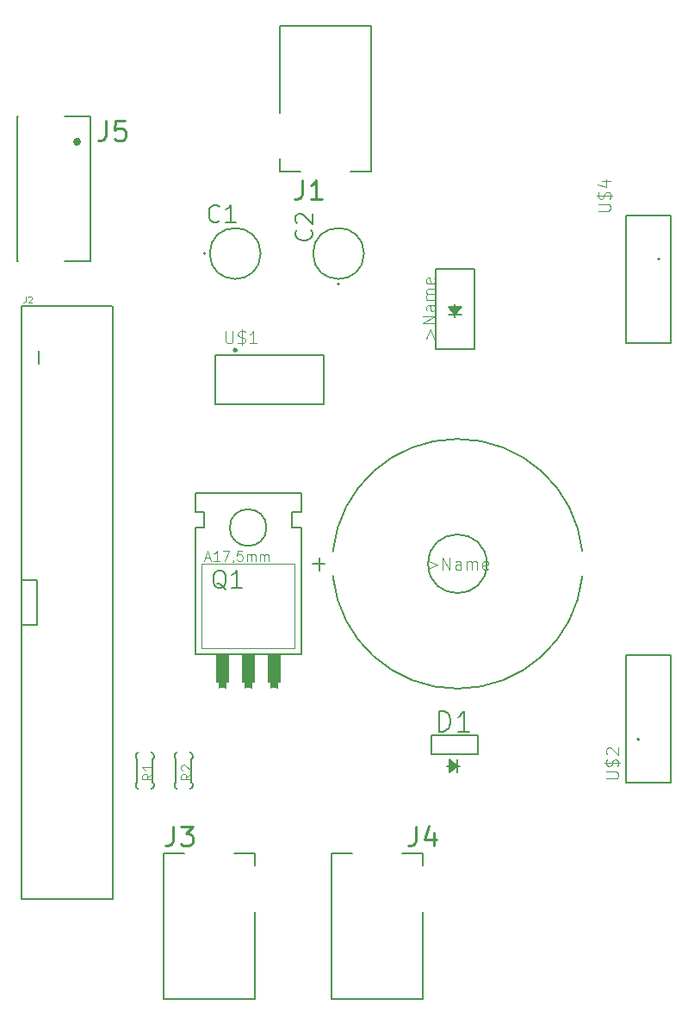
<source format=gto>
G04 #@! TF.GenerationSoftware,KiCad,Pcbnew,(5.1.10)-1*
G04 #@! TF.CreationDate,2021-11-03T22:51:16-05:00*
G04 #@! TF.ProjectId,Kitty_Cannon_Schematic,4b697474-795f-4436-916e-6e6f6e5f5363,rev?*
G04 #@! TF.SameCoordinates,Original*
G04 #@! TF.FileFunction,Legend,Top*
G04 #@! TF.FilePolarity,Positive*
%FSLAX46Y46*%
G04 Gerber Fmt 4.6, Leading zero omitted, Abs format (unit mm)*
G04 Created by KiCad (PCBNEW (5.1.10)-1) date 2021-11-03 22:51:16*
%MOMM*%
%LPD*%
G01*
G04 APERTURE LIST*
%ADD10C,0.203200*%
%ADD11C,0.300000*%
%ADD12C,0.127000*%
%ADD13C,0.152400*%
%ADD14C,0.200000*%
%ADD15C,0.400000*%
%ADD16C,0.100000*%
%ADD17C,0.050800*%
%ADD18C,0.115824*%
%ADD19C,0.096520*%
%ADD20C,0.076200*%
%ADD21C,0.198073*%
%ADD22C,0.251068*%
%ADD23C,0.251324*%
%ADD24C,0.168910*%
%ADD25C,0.101600*%
%ADD26C,0.094107*%
%ADD27C,0.135128*%
%ADD28C,2.082800*%
%ADD29O,1.473200X2.743200*%
%ADD30C,1.473200*%
%ADD31C,1.981200*%
%ADD32C,1.000000*%
%ADD33C,4.203200*%
%ADD34C,1.803200*%
%ADD35C,3.302000*%
%ADD36O,1.879600X3.556000*%
%ADD37C,1.524000*%
%ADD38C,1.323200*%
%ADD39C,2.235200*%
G04 APERTURE END LIST*
D10*
X118831100Y-111693600D02*
X118831100Y-116093600D01*
X118831100Y-116093600D02*
X117331100Y-116093600D01*
X117331100Y-111693600D02*
X118831100Y-111693600D01*
X126331100Y-143043600D02*
X117331100Y-143043600D01*
X117331100Y-84743600D02*
X126231100Y-84743600D01*
X117331100Y-143043600D02*
X117331100Y-84743600D01*
X126331100Y-84743600D02*
X126331100Y-143043600D01*
X119056100Y-89128600D02*
X119056100Y-90398600D01*
D11*
X138441100Y-89093600D02*
G75*
G03*
X138441100Y-89093600I-100000J0D01*
G01*
D12*
X147071100Y-89553600D02*
X136411100Y-89553600D01*
X147071100Y-94373600D02*
X147071100Y-89553600D01*
X136411100Y-94373600D02*
X147071100Y-94373600D01*
X136411100Y-89553600D02*
X136411100Y-94373600D01*
D13*
X158026100Y-88976200D02*
X161836100Y-88976200D01*
X158026100Y-81102200D02*
X158026100Y-88976200D01*
X161836100Y-81102200D02*
X158026100Y-81102200D01*
X161836100Y-88976200D02*
X161836100Y-81102200D01*
X159296100Y-84861400D02*
X160566100Y-84861400D01*
X159931100Y-85623400D02*
X160058100Y-84861400D01*
X159931100Y-85623400D02*
X160185100Y-84861400D01*
X159931100Y-85623400D02*
X160312100Y-84861400D01*
X159931100Y-85623400D02*
X160439100Y-84861400D01*
X159931100Y-85623400D02*
X160566100Y-84861400D01*
X159931100Y-85623400D02*
X159804100Y-84861400D01*
X159931100Y-85623400D02*
X159677100Y-84861400D01*
X159931100Y-85623400D02*
X159550100Y-84861400D01*
X159931100Y-85623400D02*
X159423100Y-84861400D01*
X159931100Y-85623400D02*
X159296100Y-84861400D01*
X159931100Y-85623400D02*
X160566100Y-85623400D01*
X159296100Y-85623400D02*
X159931100Y-85623400D01*
X159931100Y-85623400D02*
X159931100Y-85877400D01*
X159931100Y-84607400D02*
X159931100Y-85623400D01*
X162217100Y-128828800D02*
X162217100Y-126898400D01*
X157645100Y-128828800D02*
X162217100Y-128828800D01*
X157645100Y-126898400D02*
X157645100Y-128828800D01*
X162217100Y-126898400D02*
X157645100Y-126898400D01*
X159372300Y-130606800D02*
X159372300Y-129336800D01*
X160134300Y-129971800D02*
X159372300Y-129844800D01*
X160134300Y-129971800D02*
X159372300Y-129717800D01*
X160134300Y-129971800D02*
X159372300Y-129590800D01*
X160134300Y-129971800D02*
X159372300Y-129463800D01*
X160134300Y-129971800D02*
X159372300Y-129336800D01*
X160134300Y-129971800D02*
X159372300Y-130098800D01*
X160134300Y-129971800D02*
X159372300Y-130225800D01*
X160134300Y-129971800D02*
X159372300Y-130352800D01*
X160134300Y-129971800D02*
X159372300Y-130479800D01*
X160134300Y-129971800D02*
X159372300Y-130606800D01*
X160134300Y-129971800D02*
X160134300Y-129336800D01*
X160134300Y-130606800D02*
X160134300Y-129971800D01*
X160134300Y-129971800D02*
X160388300Y-129971800D01*
X159118300Y-129971800D02*
X160134300Y-129971800D01*
D14*
X142731100Y-71513600D02*
X142731100Y-70263600D01*
X144781100Y-71513600D02*
X142731100Y-71513600D01*
X142731100Y-57213600D02*
X142731100Y-65763600D01*
X151731100Y-57213600D02*
X142731100Y-57213600D01*
X151731100Y-71513600D02*
X151731100Y-57213600D01*
X149681100Y-71513600D02*
X151731100Y-71513600D01*
X140301100Y-138493600D02*
X140301100Y-139743600D01*
X138251100Y-138493600D02*
X140301100Y-138493600D01*
X140301100Y-152793600D02*
X140301100Y-144243600D01*
X131301100Y-152793600D02*
X140301100Y-152793600D01*
X131301100Y-138493600D02*
X131301100Y-152793600D01*
X133351100Y-138493600D02*
X131301100Y-138493600D01*
X156811100Y-138493600D02*
X156811100Y-139743600D01*
X154761100Y-138493600D02*
X156811100Y-138493600D01*
X156811100Y-152793600D02*
X156811100Y-144243600D01*
X147811100Y-152793600D02*
X156811100Y-152793600D01*
X147811100Y-138493600D02*
X147811100Y-152793600D01*
X149861100Y-138493600D02*
X147811100Y-138493600D01*
X121577100Y-66141600D02*
X124066300Y-66141600D01*
X121577100Y-80365600D02*
X124066300Y-80365600D01*
X124066300Y-66141600D02*
X124066300Y-80365600D01*
X116928900Y-66141600D02*
X117030500Y-66141600D01*
X116928900Y-80365600D02*
X117030500Y-80365600D01*
X116928900Y-66141600D02*
X116928900Y-80365600D01*
D15*
X122989740Y-68630800D02*
G75*
G03*
X122989740Y-68630800I-193440J0D01*
G01*
D12*
X178081100Y-127323600D02*
G75*
G03*
X178081100Y-127323600I-100000J0D01*
G01*
X176781100Y-119023600D02*
X181181100Y-119023600D01*
X176781100Y-131623600D02*
X176781100Y-119023600D01*
X181181100Y-131623600D02*
X176781100Y-131623600D01*
X181181100Y-119023600D02*
X181181100Y-131623600D01*
X180081100Y-80143600D02*
G75*
G03*
X180081100Y-80143600I-100000J0D01*
G01*
X181181100Y-88443600D02*
X176781100Y-88443600D01*
X181181100Y-75843600D02*
X181181100Y-88443600D01*
X176781100Y-75843600D02*
X181181100Y-75843600D01*
X176781100Y-88443600D02*
X176781100Y-75843600D01*
D16*
G36*
X141516100Y-121767600D02*
G01*
X142786100Y-121767600D01*
X142786100Y-118973600D01*
X141516100Y-118973600D01*
X141516100Y-121767600D01*
G37*
G36*
X138976100Y-121767600D02*
G01*
X140246100Y-121767600D01*
X140246100Y-118973600D01*
X138976100Y-118973600D01*
X138976100Y-121767600D01*
G37*
G36*
X136436100Y-121767600D02*
G01*
X137706100Y-121767600D01*
X137706100Y-118973600D01*
X136436100Y-118973600D01*
X136436100Y-121767600D01*
G37*
G36*
X136690100Y-122402600D02*
G01*
X137452100Y-122402600D01*
X137452100Y-121767600D01*
X136690100Y-121767600D01*
X136690100Y-122402600D01*
G37*
G36*
X139230100Y-122402600D02*
G01*
X139992100Y-122402600D01*
X139992100Y-121767600D01*
X139230100Y-121767600D01*
X139230100Y-122402600D01*
G37*
G36*
X141770100Y-122402600D02*
G01*
X142532100Y-122402600D01*
X142532100Y-121767600D01*
X141770100Y-121767600D01*
X141770100Y-122402600D01*
G37*
D13*
X141414500Y-106527600D02*
G75*
G03*
X141414500Y-106527600I-1803400J0D01*
G01*
D17*
X135039100Y-118338600D02*
X135039100Y-110083600D01*
X144183100Y-110083600D02*
X135039100Y-110083600D01*
X144183100Y-110083600D02*
X144183100Y-118338600D01*
X135039100Y-118338600D02*
X144183100Y-118338600D01*
D13*
X134404100Y-105003600D02*
X134404100Y-103098600D01*
X135293100Y-105003600D02*
X134404100Y-105003600D01*
X135293100Y-106527600D02*
X135293100Y-105003600D01*
X134404100Y-106527600D02*
X135293100Y-106527600D01*
X134404100Y-118973600D02*
X134404100Y-106527600D01*
X144818100Y-105003600D02*
X144818100Y-103098600D01*
X143929100Y-105003600D02*
X144818100Y-105003600D01*
X143929100Y-106527600D02*
X143929100Y-105003600D01*
X144818100Y-106527600D02*
X143929100Y-106527600D01*
X144818100Y-118973600D02*
X144818100Y-106527600D01*
X144818100Y-103098600D02*
X134404100Y-103098600D01*
X134404100Y-118973600D02*
X144818100Y-118973600D01*
X128562100Y-131927600D02*
X128562100Y-131673600D01*
X130340100Y-131927600D02*
X130340100Y-131673600D01*
X128689100Y-131546600D02*
X128689100Y-129260600D01*
X128689100Y-131546600D02*
X128562100Y-131673600D01*
X130213100Y-131546600D02*
X130213100Y-129260600D01*
X130213100Y-131546600D02*
X130340100Y-131673600D01*
X128689100Y-129260600D02*
X128562100Y-129133600D01*
X128562100Y-128879600D02*
X128562100Y-129133600D01*
X130213100Y-129260600D02*
X130340100Y-129133600D01*
X130340100Y-128879600D02*
X130340100Y-129133600D01*
X130086100Y-132181600D02*
G75*
G03*
X130340100Y-131927600I0J254000D01*
G01*
X128816100Y-132181600D02*
G75*
G02*
X128562100Y-131927600I0J254000D01*
G01*
X128562100Y-128879600D02*
G75*
G02*
X128816100Y-128625600I254000J0D01*
G01*
X130340100Y-128879600D02*
G75*
G03*
X130086100Y-128625600I-254000J0D01*
G01*
X132372100Y-131927600D02*
X132372100Y-131673600D01*
X134150100Y-131927600D02*
X134150100Y-131673600D01*
X132499100Y-131546600D02*
X132499100Y-129260600D01*
X132499100Y-131546600D02*
X132372100Y-131673600D01*
X134023100Y-131546600D02*
X134023100Y-129260600D01*
X134023100Y-131546600D02*
X134150100Y-131673600D01*
X132499100Y-129260600D02*
X132372100Y-129133600D01*
X132372100Y-128879600D02*
X132372100Y-129133600D01*
X134023100Y-129260600D02*
X134150100Y-129133600D01*
X134150100Y-128879600D02*
X134150100Y-129133600D01*
X133896100Y-132181600D02*
G75*
G03*
X134150100Y-131927600I0J254000D01*
G01*
X132626100Y-132181600D02*
G75*
G02*
X132372100Y-131927600I0J254000D01*
G01*
X132372100Y-128879600D02*
G75*
G02*
X132626100Y-128625600I254000J0D01*
G01*
X134150100Y-128879600D02*
G75*
G03*
X133896100Y-128625600I-254000J0D01*
G01*
D14*
X135441100Y-79603600D02*
G75*
G03*
X135441100Y-79603600I-100000J0D01*
G01*
D12*
X140841100Y-79603600D02*
G75*
G03*
X140841100Y-79603600I-2500000J0D01*
G01*
D14*
X148601100Y-82603600D02*
G75*
G03*
X148601100Y-82603600I-100000J0D01*
G01*
D12*
X151001100Y-79603600D02*
G75*
G03*
X151001100Y-79603600I-2500000J0D01*
G01*
D13*
X147942300Y-111302802D02*
G75*
G03*
X172478700Y-111302800I12268200J1289441D01*
G01*
X163080700Y-110083600D02*
G75*
G03*
X157314900Y-110083600I-2882900J0D01*
G01*
X157314900Y-110083600D02*
G75*
G03*
X163080700Y-110083600I2882900J0D01*
G01*
X172478700Y-108864398D02*
G75*
G03*
X147942300Y-108864400I-12268200J-1289441D01*
G01*
X146596100Y-109448600D02*
X146596100Y-110718600D01*
X145961100Y-110083600D02*
X147154900Y-110083600D01*
D18*
X117764734Y-83822902D02*
X117764734Y-84236560D01*
X117737157Y-84319291D01*
X117682002Y-84374445D01*
X117599271Y-84402022D01*
X117544117Y-84402022D01*
X118012928Y-83878057D02*
X118040505Y-83850480D01*
X118095659Y-83822902D01*
X118233545Y-83822902D01*
X118288699Y-83850480D01*
X118316277Y-83878057D01*
X118343854Y-83933211D01*
X118343854Y-83988365D01*
X118316277Y-84071097D01*
X117985351Y-84402022D01*
X118343854Y-84402022D01*
D19*
X137421099Y-87229647D02*
X137421099Y-88206338D01*
X137478552Y-88321242D01*
X137536004Y-88378695D01*
X137650909Y-88436147D01*
X137880718Y-88436147D01*
X137995623Y-88378695D01*
X138053076Y-88321242D01*
X138110528Y-88206338D01*
X138110528Y-87229647D01*
X138627599Y-88378695D02*
X138799957Y-88436147D01*
X139087218Y-88436147D01*
X139202123Y-88378695D01*
X139259576Y-88321242D01*
X139317028Y-88206338D01*
X139317028Y-88091433D01*
X139259576Y-87976528D01*
X139202123Y-87919076D01*
X139087218Y-87861623D01*
X138857409Y-87804171D01*
X138742504Y-87746719D01*
X138685052Y-87689266D01*
X138627599Y-87574361D01*
X138627599Y-87459457D01*
X138685052Y-87344552D01*
X138742504Y-87287100D01*
X138857409Y-87229647D01*
X139144671Y-87229647D01*
X139317028Y-87287100D01*
X138972314Y-87057290D02*
X138972314Y-88608504D01*
X140466076Y-88436147D02*
X139776647Y-88436147D01*
X140121361Y-88436147D02*
X140121361Y-87229647D01*
X140006457Y-87402004D01*
X139891552Y-87516909D01*
X139776647Y-87574361D01*
D20*
X157164314Y-87979008D02*
X157509028Y-87059770D01*
X157853742Y-87979008D01*
X157968647Y-86485246D02*
X156762147Y-86485246D01*
X157968647Y-85795817D01*
X156762147Y-85795817D01*
X157968647Y-84704222D02*
X157336671Y-84704222D01*
X157221766Y-84761674D01*
X157164314Y-84876579D01*
X157164314Y-85106389D01*
X157221766Y-85221293D01*
X157911195Y-84704222D02*
X157968647Y-84819127D01*
X157968647Y-85106389D01*
X157911195Y-85221293D01*
X157796290Y-85278746D01*
X157681385Y-85278746D01*
X157566480Y-85221293D01*
X157509028Y-85106389D01*
X157509028Y-84819127D01*
X157451576Y-84704222D01*
X157968647Y-84129698D02*
X157164314Y-84129698D01*
X157279219Y-84129698D02*
X157221766Y-84072246D01*
X157164314Y-83957341D01*
X157164314Y-83784984D01*
X157221766Y-83670079D01*
X157336671Y-83612627D01*
X157968647Y-83612627D01*
X157336671Y-83612627D02*
X157221766Y-83555174D01*
X157164314Y-83440270D01*
X157164314Y-83267912D01*
X157221766Y-83153008D01*
X157336671Y-83095555D01*
X157968647Y-83095555D01*
X157911195Y-82061412D02*
X157968647Y-82176317D01*
X157968647Y-82406127D01*
X157911195Y-82521031D01*
X157796290Y-82578484D01*
X157336671Y-82578484D01*
X157221766Y-82521031D01*
X157164314Y-82406127D01*
X157164314Y-82176317D01*
X157221766Y-82061412D01*
X157336671Y-82003960D01*
X157451576Y-82003960D01*
X157566480Y-82578484D01*
D21*
X158362190Y-126546139D02*
X158362190Y-124565408D01*
X158833792Y-124565408D01*
X159116754Y-124659729D01*
X159305395Y-124848370D01*
X159399715Y-125037011D01*
X159494036Y-125414293D01*
X159494036Y-125697254D01*
X159399715Y-126074536D01*
X159305395Y-126263177D01*
X159116754Y-126451818D01*
X158833792Y-126546139D01*
X158362190Y-126546139D01*
X161380446Y-126546139D02*
X160248600Y-126546139D01*
X160814523Y-126546139D02*
X160814523Y-124565408D01*
X160625882Y-124848370D01*
X160437241Y-125037011D01*
X160248600Y-125131331D01*
D22*
X144923723Y-72366750D02*
X144923723Y-73746245D01*
X144831757Y-74022144D01*
X144647824Y-74206077D01*
X144371925Y-74298043D01*
X144187993Y-74298043D01*
X146855016Y-74298043D02*
X145751420Y-74298043D01*
X146303218Y-74298043D02*
X146303218Y-72366750D01*
X146119286Y-72642649D01*
X145935353Y-72826582D01*
X145751420Y-72918548D01*
X132223723Y-135866750D02*
X132223723Y-137246245D01*
X132131757Y-137522144D01*
X131947824Y-137706077D01*
X131671925Y-137798043D01*
X131487993Y-137798043D01*
X132959454Y-135866750D02*
X134155016Y-135866750D01*
X133511252Y-136602481D01*
X133787151Y-136602481D01*
X133971084Y-136694447D01*
X134063050Y-136786414D01*
X134155016Y-136970346D01*
X134155016Y-137430178D01*
X134063050Y-137614111D01*
X133971084Y-137706077D01*
X133787151Y-137798043D01*
X133235353Y-137798043D01*
X133051420Y-137706077D01*
X132959454Y-137614111D01*
X156114823Y-135866750D02*
X156114823Y-137246245D01*
X156022857Y-137522144D01*
X155838924Y-137706077D01*
X155563025Y-137798043D01*
X155379093Y-137798043D01*
X157862184Y-136510515D02*
X157862184Y-137798043D01*
X157402352Y-135774784D02*
X156942520Y-137154279D01*
X158138083Y-137154279D01*
D23*
X125636024Y-66554672D02*
X125636024Y-67935577D01*
X125543963Y-68211758D01*
X125359843Y-68395879D01*
X125083662Y-68487939D01*
X124899541Y-68487939D01*
X127477230Y-66554672D02*
X126556627Y-66554672D01*
X126464567Y-67475276D01*
X126556627Y-67383215D01*
X126740748Y-67291155D01*
X127201049Y-67291155D01*
X127385170Y-67383215D01*
X127477230Y-67475276D01*
X127569291Y-67659396D01*
X127569291Y-68119698D01*
X127477230Y-68303819D01*
X127385170Y-68395879D01*
X127201049Y-68487939D01*
X126740748Y-68487939D01*
X126556627Y-68395879D01*
X126464567Y-68303819D01*
D19*
X174816467Y-131178820D02*
X175793158Y-131178820D01*
X175908062Y-131121367D01*
X175965515Y-131063915D01*
X176022967Y-130949010D01*
X176022967Y-130719201D01*
X175965515Y-130604296D01*
X175908062Y-130546843D01*
X175793158Y-130489391D01*
X174816467Y-130489391D01*
X175965515Y-129972320D02*
X176022967Y-129799962D01*
X176022967Y-129512701D01*
X175965515Y-129397796D01*
X175908062Y-129340343D01*
X175793158Y-129282891D01*
X175678253Y-129282891D01*
X175563348Y-129340343D01*
X175505896Y-129397796D01*
X175448443Y-129512701D01*
X175390991Y-129742510D01*
X175333539Y-129857415D01*
X175276086Y-129914867D01*
X175161181Y-129972320D01*
X175046277Y-129972320D01*
X174931372Y-129914867D01*
X174873920Y-129857415D01*
X174816467Y-129742510D01*
X174816467Y-129455248D01*
X174873920Y-129282891D01*
X174644110Y-129627605D02*
X176195324Y-129627605D01*
X174931372Y-128823272D02*
X174873920Y-128765820D01*
X174816467Y-128650915D01*
X174816467Y-128363653D01*
X174873920Y-128248748D01*
X174931372Y-128191296D01*
X175046277Y-128133843D01*
X175161181Y-128133843D01*
X175333539Y-128191296D01*
X176022967Y-128880724D01*
X176022967Y-128133843D01*
X174034147Y-75443600D02*
X175010838Y-75443600D01*
X175125742Y-75386147D01*
X175183195Y-75328695D01*
X175240647Y-75213790D01*
X175240647Y-74983981D01*
X175183195Y-74869076D01*
X175125742Y-74811623D01*
X175010838Y-74754171D01*
X174034147Y-74754171D01*
X175183195Y-74237100D02*
X175240647Y-74064742D01*
X175240647Y-73777481D01*
X175183195Y-73662576D01*
X175125742Y-73605123D01*
X175010838Y-73547671D01*
X174895933Y-73547671D01*
X174781028Y-73605123D01*
X174723576Y-73662576D01*
X174666123Y-73777481D01*
X174608671Y-74007290D01*
X174551219Y-74122195D01*
X174493766Y-74179647D01*
X174378861Y-74237100D01*
X174263957Y-74237100D01*
X174149052Y-74179647D01*
X174091600Y-74122195D01*
X174034147Y-74007290D01*
X174034147Y-73720028D01*
X174091600Y-73547671D01*
X173861790Y-73892385D02*
X175413004Y-73892385D01*
X174436314Y-72513528D02*
X175240647Y-72513528D01*
X173976695Y-72800790D02*
X174838480Y-73088052D01*
X174838480Y-72341171D01*
D24*
X137439124Y-112577033D02*
X137278258Y-112496600D01*
X137117391Y-112335733D01*
X136876091Y-112094433D01*
X136715224Y-112014000D01*
X136554358Y-112014000D01*
X136634791Y-112416166D02*
X136473924Y-112335733D01*
X136313058Y-112174866D01*
X136232624Y-111853133D01*
X136232624Y-111290100D01*
X136313058Y-110968366D01*
X136473924Y-110807500D01*
X136634791Y-110727066D01*
X136956524Y-110727066D01*
X137117391Y-110807500D01*
X137278258Y-110968366D01*
X137358691Y-111290100D01*
X137358691Y-111853133D01*
X137278258Y-112174866D01*
X137117391Y-112335733D01*
X136956524Y-112416166D01*
X136634791Y-112416166D01*
X138967358Y-112416166D02*
X138002158Y-112416166D01*
X138484758Y-112416166D02*
X138484758Y-110727066D01*
X138323891Y-110968366D01*
X138163024Y-111129233D01*
X138002158Y-111209666D01*
D25*
X135415987Y-109507866D02*
X135875606Y-109507866D01*
X135324063Y-109783638D02*
X135645797Y-108818438D01*
X135967530Y-109783638D01*
X136794844Y-109783638D02*
X136243301Y-109783638D01*
X136519073Y-109783638D02*
X136519073Y-108818438D01*
X136427149Y-108956323D01*
X136335225Y-109048247D01*
X136243301Y-109094209D01*
X137116578Y-108818438D02*
X137760044Y-108818438D01*
X137346387Y-109783638D01*
X138173701Y-109737676D02*
X138173701Y-109783638D01*
X138127740Y-109875561D01*
X138081778Y-109921523D01*
X139046978Y-108818438D02*
X138587359Y-108818438D01*
X138541397Y-109278057D01*
X138587359Y-109232095D01*
X138679282Y-109186133D01*
X138909092Y-109186133D01*
X139001016Y-109232095D01*
X139046978Y-109278057D01*
X139092940Y-109369980D01*
X139092940Y-109599790D01*
X139046978Y-109691714D01*
X139001016Y-109737676D01*
X138909092Y-109783638D01*
X138679282Y-109783638D01*
X138587359Y-109737676D01*
X138541397Y-109691714D01*
X139506597Y-109783638D02*
X139506597Y-109140171D01*
X139506597Y-109232095D02*
X139552559Y-109186133D01*
X139644482Y-109140171D01*
X139782368Y-109140171D01*
X139874292Y-109186133D01*
X139920254Y-109278057D01*
X139920254Y-109783638D01*
X139920254Y-109278057D02*
X139966216Y-109186133D01*
X140058140Y-109140171D01*
X140196025Y-109140171D01*
X140287949Y-109186133D01*
X140333911Y-109278057D01*
X140333911Y-109783638D01*
X140793530Y-109783638D02*
X140793530Y-109140171D01*
X140793530Y-109232095D02*
X140839492Y-109186133D01*
X140931416Y-109140171D01*
X141069301Y-109140171D01*
X141161225Y-109186133D01*
X141207187Y-109278057D01*
X141207187Y-109783638D01*
X141207187Y-109278057D02*
X141253149Y-109186133D01*
X141345073Y-109140171D01*
X141482959Y-109140171D01*
X141574882Y-109186133D01*
X141620844Y-109278057D01*
X141620844Y-109783638D01*
D26*
X130168287Y-130723611D02*
X129720158Y-131037301D01*
X130168287Y-131261366D02*
X129227217Y-131261366D01*
X129227217Y-130902863D01*
X129272030Y-130813237D01*
X129316842Y-130768424D01*
X129406468Y-130723611D01*
X129540907Y-130723611D01*
X129630532Y-130768424D01*
X129675345Y-130813237D01*
X129720158Y-130902863D01*
X129720158Y-131261366D01*
X130168287Y-129827354D02*
X130168287Y-130365109D01*
X130168287Y-130096231D02*
X129227217Y-130096231D01*
X129361655Y-130185857D01*
X129451281Y-130275483D01*
X129496094Y-130365109D01*
X133978287Y-130723611D02*
X133530158Y-131037301D01*
X133978287Y-131261366D02*
X133037217Y-131261366D01*
X133037217Y-130902863D01*
X133082030Y-130813237D01*
X133126842Y-130768424D01*
X133216468Y-130723611D01*
X133350907Y-130723611D01*
X133440532Y-130768424D01*
X133485345Y-130813237D01*
X133530158Y-130902863D01*
X133530158Y-131261366D01*
X133126842Y-130365109D02*
X133082030Y-130320296D01*
X133037217Y-130230670D01*
X133037217Y-130006606D01*
X133082030Y-129916980D01*
X133126842Y-129872167D01*
X133216468Y-129827354D01*
X133306094Y-129827354D01*
X133440532Y-129872167D01*
X133978287Y-130409921D01*
X133978287Y-129827354D01*
D27*
X136796299Y-76362300D02*
X136715866Y-76442733D01*
X136474566Y-76523166D01*
X136313699Y-76523166D01*
X136072399Y-76442733D01*
X135911533Y-76281866D01*
X135831099Y-76121000D01*
X135750666Y-75799266D01*
X135750666Y-75557966D01*
X135831099Y-75236233D01*
X135911533Y-75075366D01*
X136072399Y-74914500D01*
X136313699Y-74834066D01*
X136474566Y-74834066D01*
X136715866Y-74914500D01*
X136796299Y-74994933D01*
X138404966Y-76523166D02*
X137439766Y-76523166D01*
X137922366Y-76523166D02*
X137922366Y-74834066D01*
X137761499Y-75075366D01*
X137600633Y-75236233D01*
X137439766Y-75316666D01*
X145808700Y-77284800D02*
X145889133Y-77365233D01*
X145969566Y-77606533D01*
X145969566Y-77767400D01*
X145889133Y-78008700D01*
X145728266Y-78169566D01*
X145567400Y-78250000D01*
X145245666Y-78330433D01*
X145004366Y-78330433D01*
X144682633Y-78250000D01*
X144521766Y-78169566D01*
X144360900Y-78008700D01*
X144280466Y-77767400D01*
X144280466Y-77606533D01*
X144360900Y-77365233D01*
X144441333Y-77284800D01*
X144441333Y-76641333D02*
X144360900Y-76560900D01*
X144280466Y-76400033D01*
X144280466Y-75997866D01*
X144360900Y-75837000D01*
X144441333Y-75756566D01*
X144602200Y-75676133D01*
X144763066Y-75676133D01*
X145004366Y-75756566D01*
X145969566Y-76721766D01*
X145969566Y-75676133D01*
D20*
X157270691Y-109856814D02*
X158189930Y-110201528D01*
X157270691Y-110546242D01*
X158764453Y-110661147D02*
X158764453Y-109454647D01*
X159453882Y-110661147D01*
X159453882Y-109454647D01*
X160545477Y-110661147D02*
X160545477Y-110029171D01*
X160488025Y-109914266D01*
X160373120Y-109856814D01*
X160143310Y-109856814D01*
X160028406Y-109914266D01*
X160545477Y-110603695D02*
X160430572Y-110661147D01*
X160143310Y-110661147D01*
X160028406Y-110603695D01*
X159970953Y-110488790D01*
X159970953Y-110373885D01*
X160028406Y-110258980D01*
X160143310Y-110201528D01*
X160430572Y-110201528D01*
X160545477Y-110144076D01*
X161120001Y-110661147D02*
X161120001Y-109856814D01*
X161120001Y-109971719D02*
X161177453Y-109914266D01*
X161292358Y-109856814D01*
X161464715Y-109856814D01*
X161579620Y-109914266D01*
X161637072Y-110029171D01*
X161637072Y-110661147D01*
X161637072Y-110029171D02*
X161694525Y-109914266D01*
X161809430Y-109856814D01*
X161981787Y-109856814D01*
X162096691Y-109914266D01*
X162154144Y-110029171D01*
X162154144Y-110661147D01*
X163188287Y-110603695D02*
X163073382Y-110661147D01*
X162843572Y-110661147D01*
X162728668Y-110603695D01*
X162671215Y-110488790D01*
X162671215Y-110029171D01*
X162728668Y-109914266D01*
X162843572Y-109856814D01*
X163073382Y-109856814D01*
X163188287Y-109914266D01*
X163245739Y-110029171D01*
X163245739Y-110144076D01*
X162671215Y-110258980D01*
%LPC*%
D16*
G36*
X149383440Y-70069790D02*
G01*
X145081100Y-70069790D01*
X145081100Y-71763600D01*
X149383440Y-71763600D01*
X149383440Y-70069790D01*
G37*
G36*
X141581059Y-66068100D02*
G01*
X141581059Y-69963560D01*
X143276600Y-69963560D01*
X143276600Y-66068100D01*
X141581059Y-66068100D01*
G37*
G36*
X149182440Y-63763188D02*
G01*
X145281100Y-63763188D01*
X145281100Y-65463600D01*
X149182440Y-65463600D01*
X149182440Y-63763188D01*
G37*
G36*
X133648760Y-139937410D02*
G01*
X137951100Y-139937410D01*
X137951100Y-138243600D01*
X133648760Y-138243600D01*
X133648760Y-139937410D01*
G37*
G36*
X141451141Y-143939100D02*
G01*
X141451141Y-140043640D01*
X139755600Y-140043640D01*
X139755600Y-143939100D01*
X141451141Y-143939100D01*
G37*
G36*
X133849760Y-146244012D02*
G01*
X137751100Y-146244012D01*
X137751100Y-144543600D01*
X133849760Y-144543600D01*
X133849760Y-146244012D01*
G37*
G36*
X150158760Y-139937410D02*
G01*
X154461100Y-139937410D01*
X154461100Y-138243600D01*
X150158760Y-138243600D01*
X150158760Y-139937410D01*
G37*
G36*
X157961141Y-143939100D02*
G01*
X157961141Y-140043640D01*
X156265600Y-140043640D01*
X156265600Y-143939100D01*
X157961141Y-143939100D01*
G37*
G36*
X150359760Y-146244012D02*
G01*
X154261100Y-146244012D01*
X154261100Y-144543600D01*
X150359760Y-144543600D01*
X150359760Y-146244012D01*
G37*
D28*
X120561100Y-138023600D03*
X123101100Y-138023600D03*
X120561100Y-135483600D03*
X123101100Y-135483600D03*
X120561100Y-132943600D03*
X123101100Y-132943600D03*
X120561100Y-130403600D03*
X123101100Y-130403600D03*
X120561100Y-127863600D03*
X123101100Y-127863600D03*
X120561100Y-125323600D03*
X123101100Y-125323600D03*
X120561100Y-122783600D03*
X123101100Y-122783600D03*
X120561100Y-120243600D03*
X123101100Y-120243600D03*
X120561100Y-117703600D03*
X123101100Y-117703600D03*
X120561100Y-115163600D03*
X123101100Y-115163600D03*
X120561100Y-112623600D03*
X123101100Y-112623600D03*
X120561100Y-110083600D03*
X123101100Y-110083600D03*
X120561100Y-107543600D03*
X123101100Y-107543600D03*
X120561100Y-105003600D03*
X123101100Y-105003600D03*
X120561100Y-102463600D03*
X123101100Y-102463600D03*
X120561100Y-99923600D03*
X123101100Y-99923600D03*
X120561100Y-97383600D03*
X123101100Y-97383600D03*
X120561100Y-94843600D03*
X123101100Y-94843600D03*
X120561100Y-92303600D03*
X123101100Y-92303600D03*
X120561100Y-89763600D03*
X123101100Y-89763600D03*
D29*
X145917920Y-92339160D03*
X143865600Y-92313760D03*
X141745100Y-92303600D03*
X139512040Y-92344240D03*
X137320020Y-92293440D03*
D30*
X159931100Y-77774800D03*
G36*
G01*
X160566100Y-93040200D02*
X159296100Y-93040200D01*
G75*
G02*
X159194500Y-92938600I0J101600D01*
G01*
X159194500Y-91668600D01*
G75*
G02*
X159296100Y-91567000I101600J0D01*
G01*
X160566100Y-91567000D01*
G75*
G02*
X160667700Y-91668600I0J-101600D01*
G01*
X160667700Y-92938600D01*
G75*
G02*
X160566100Y-93040200I-101600J0D01*
G01*
G37*
G36*
G01*
X153860500Y-128752600D02*
X153860500Y-126974600D01*
G75*
G02*
X153962100Y-126873000I101600J0D01*
G01*
X155740100Y-126873000D01*
G75*
G02*
X155841700Y-126974600I0J-101600D01*
G01*
X155841700Y-128752600D01*
G75*
G02*
X155740100Y-128854200I-101600J0D01*
G01*
X153962100Y-128854200D01*
G75*
G02*
X153860500Y-128752600I0J101600D01*
G01*
G37*
D31*
X165011100Y-127863600D03*
G36*
G01*
X143182700Y-67963600D02*
X143182700Y-68063600D01*
G75*
G02*
X143081100Y-68165200I-101600J0D01*
G01*
X142981100Y-68165200D01*
G75*
G02*
X142879500Y-68063600I0J101600D01*
G01*
X142879500Y-67963600D01*
G75*
G02*
X142981100Y-67862000I101600J0D01*
G01*
X143081100Y-67862000D01*
G75*
G02*
X143182700Y-67963600I0J-101600D01*
G01*
G37*
G36*
G01*
X147382700Y-65213600D02*
X147382700Y-65313600D01*
G75*
G02*
X147281100Y-65415200I-101600J0D01*
G01*
X147181100Y-65415200D01*
G75*
G02*
X147079500Y-65313600I0J101600D01*
G01*
X147079500Y-65213600D01*
G75*
G02*
X147181100Y-65112000I101600J0D01*
G01*
X147281100Y-65112000D01*
G75*
G02*
X147382700Y-65213600I0J-101600D01*
G01*
G37*
G36*
G01*
X147382700Y-70263600D02*
X147382700Y-70363600D01*
G75*
G02*
X147281100Y-70465200I-101600J0D01*
G01*
X147181100Y-70465200D01*
G75*
G02*
X147079500Y-70363600I0J101600D01*
G01*
X147079500Y-70263600D01*
G75*
G02*
X147181100Y-70162000I101600J0D01*
G01*
X147281100Y-70162000D01*
G75*
G02*
X147382700Y-70263600I0J-101600D01*
G01*
G37*
D32*
X147231100Y-70913600D03*
X142431100Y-68013600D03*
X147231100Y-64613600D03*
G36*
G01*
X139849500Y-142043600D02*
X139849500Y-141943600D01*
G75*
G02*
X139951100Y-141842000I101600J0D01*
G01*
X140051100Y-141842000D01*
G75*
G02*
X140152700Y-141943600I0J-101600D01*
G01*
X140152700Y-142043600D01*
G75*
G02*
X140051100Y-142145200I-101600J0D01*
G01*
X139951100Y-142145200D01*
G75*
G02*
X139849500Y-142043600I0J101600D01*
G01*
G37*
G36*
G01*
X135649500Y-144793600D02*
X135649500Y-144693600D01*
G75*
G02*
X135751100Y-144592000I101600J0D01*
G01*
X135851100Y-144592000D01*
G75*
G02*
X135952700Y-144693600I0J-101600D01*
G01*
X135952700Y-144793600D01*
G75*
G02*
X135851100Y-144895200I-101600J0D01*
G01*
X135751100Y-144895200D01*
G75*
G02*
X135649500Y-144793600I0J101600D01*
G01*
G37*
G36*
G01*
X135649500Y-139743600D02*
X135649500Y-139643600D01*
G75*
G02*
X135751100Y-139542000I101600J0D01*
G01*
X135851100Y-139542000D01*
G75*
G02*
X135952700Y-139643600I0J-101600D01*
G01*
X135952700Y-139743600D01*
G75*
G02*
X135851100Y-139845200I-101600J0D01*
G01*
X135751100Y-139845200D01*
G75*
G02*
X135649500Y-139743600I0J101600D01*
G01*
G37*
X135801100Y-139093600D03*
X140601100Y-141993600D03*
X135801100Y-145393600D03*
G36*
G01*
X156359500Y-142043600D02*
X156359500Y-141943600D01*
G75*
G02*
X156461100Y-141842000I101600J0D01*
G01*
X156561100Y-141842000D01*
G75*
G02*
X156662700Y-141943600I0J-101600D01*
G01*
X156662700Y-142043600D01*
G75*
G02*
X156561100Y-142145200I-101600J0D01*
G01*
X156461100Y-142145200D01*
G75*
G02*
X156359500Y-142043600I0J101600D01*
G01*
G37*
G36*
G01*
X152159500Y-144793600D02*
X152159500Y-144693600D01*
G75*
G02*
X152261100Y-144592000I101600J0D01*
G01*
X152361100Y-144592000D01*
G75*
G02*
X152462700Y-144693600I0J-101600D01*
G01*
X152462700Y-144793600D01*
G75*
G02*
X152361100Y-144895200I-101600J0D01*
G01*
X152261100Y-144895200D01*
G75*
G02*
X152159500Y-144793600I0J101600D01*
G01*
G37*
G36*
G01*
X152159500Y-139743600D02*
X152159500Y-139643600D01*
G75*
G02*
X152261100Y-139542000I101600J0D01*
G01*
X152361100Y-139542000D01*
G75*
G02*
X152462700Y-139643600I0J-101600D01*
G01*
X152462700Y-139743600D01*
G75*
G02*
X152361100Y-139845200I-101600J0D01*
G01*
X152261100Y-139845200D01*
G75*
G02*
X152159500Y-139743600I0J101600D01*
G01*
G37*
X152311100Y-139093600D03*
X157111100Y-141993600D03*
X152311100Y-145393600D03*
D33*
X119291100Y-79823600D03*
X119291100Y-66683600D03*
D34*
X121691100Y-76753600D03*
X121691100Y-74253600D03*
X121691100Y-72253600D03*
X121691100Y-69753600D03*
G36*
G01*
X180106100Y-130650200D02*
X177856100Y-130650200D01*
G75*
G02*
X177754500Y-130548600I0J101600D01*
G01*
X177754500Y-128298600D01*
G75*
G02*
X177856100Y-128197000I101600J0D01*
G01*
X180106100Y-128197000D01*
G75*
G02*
X180207700Y-128298600I0J-101600D01*
G01*
X180207700Y-130548600D01*
G75*
G02*
X180106100Y-130650200I-101600J0D01*
G01*
G37*
G36*
G01*
X180106100Y-122450200D02*
X177856100Y-122450200D01*
G75*
G02*
X177754500Y-122348600I0J101600D01*
G01*
X177754500Y-120098600D01*
G75*
G02*
X177856100Y-119997000I101600J0D01*
G01*
X180106100Y-119997000D01*
G75*
G02*
X180207700Y-120098600I0J-101600D01*
G01*
X180207700Y-122348600D01*
G75*
G02*
X180106100Y-122450200I-101600J0D01*
G01*
G37*
G36*
G01*
X179635100Y-124079200D02*
X178327100Y-124079200D01*
G75*
G02*
X178225500Y-123977600I0J101600D01*
G01*
X178225500Y-122669600D01*
G75*
G02*
X178327100Y-122568000I101600J0D01*
G01*
X179635100Y-122568000D01*
G75*
G02*
X179736700Y-122669600I0J-101600D01*
G01*
X179736700Y-123977600D01*
G75*
G02*
X179635100Y-124079200I-101600J0D01*
G01*
G37*
G36*
G01*
X179635100Y-128079200D02*
X178327100Y-128079200D01*
G75*
G02*
X178225500Y-127977600I0J101600D01*
G01*
X178225500Y-126669600D01*
G75*
G02*
X178327100Y-126568000I101600J0D01*
G01*
X179635100Y-126568000D01*
G75*
G02*
X179736700Y-126669600I0J-101600D01*
G01*
X179736700Y-127977600D01*
G75*
G02*
X179635100Y-128079200I-101600J0D01*
G01*
G37*
G36*
G01*
X179635100Y-126079200D02*
X178327100Y-126079200D01*
G75*
G02*
X178225500Y-125977600I0J101600D01*
G01*
X178225500Y-124669600D01*
G75*
G02*
X178327100Y-124568000I101600J0D01*
G01*
X179635100Y-124568000D01*
G75*
G02*
X179736700Y-124669600I0J-101600D01*
G01*
X179736700Y-125977600D01*
G75*
G02*
X179635100Y-126079200I-101600J0D01*
G01*
G37*
G36*
G01*
X177856100Y-76817000D02*
X180106100Y-76817000D01*
G75*
G02*
X180207700Y-76918600I0J-101600D01*
G01*
X180207700Y-79168600D01*
G75*
G02*
X180106100Y-79270200I-101600J0D01*
G01*
X177856100Y-79270200D01*
G75*
G02*
X177754500Y-79168600I0J101600D01*
G01*
X177754500Y-76918600D01*
G75*
G02*
X177856100Y-76817000I101600J0D01*
G01*
G37*
G36*
G01*
X177856100Y-85017000D02*
X180106100Y-85017000D01*
G75*
G02*
X180207700Y-85118600I0J-101600D01*
G01*
X180207700Y-87368600D01*
G75*
G02*
X180106100Y-87470200I-101600J0D01*
G01*
X177856100Y-87470200D01*
G75*
G02*
X177754500Y-87368600I0J101600D01*
G01*
X177754500Y-85118600D01*
G75*
G02*
X177856100Y-85017000I101600J0D01*
G01*
G37*
G36*
G01*
X178327100Y-83388000D02*
X179635100Y-83388000D01*
G75*
G02*
X179736700Y-83489600I0J-101600D01*
G01*
X179736700Y-84797600D01*
G75*
G02*
X179635100Y-84899200I-101600J0D01*
G01*
X178327100Y-84899200D01*
G75*
G02*
X178225500Y-84797600I0J101600D01*
G01*
X178225500Y-83489600D01*
G75*
G02*
X178327100Y-83388000I101600J0D01*
G01*
G37*
G36*
G01*
X178327100Y-79388000D02*
X179635100Y-79388000D01*
G75*
G02*
X179736700Y-79489600I0J-101600D01*
G01*
X179736700Y-80797600D01*
G75*
G02*
X179635100Y-80899200I-101600J0D01*
G01*
X178327100Y-80899200D01*
G75*
G02*
X178225500Y-80797600I0J101600D01*
G01*
X178225500Y-79489600D01*
G75*
G02*
X178327100Y-79388000I101600J0D01*
G01*
G37*
G36*
G01*
X178327100Y-81388000D02*
X179635100Y-81388000D01*
G75*
G02*
X179736700Y-81489600I0J-101600D01*
G01*
X179736700Y-82797600D01*
G75*
G02*
X179635100Y-82899200I-101600J0D01*
G01*
X178327100Y-82899200D01*
G75*
G02*
X178225500Y-82797600I0J101600D01*
G01*
X178225500Y-81489600D01*
G75*
G02*
X178327100Y-81388000I101600J0D01*
G01*
G37*
D35*
X139611100Y-106527600D03*
D36*
X142151100Y-124053600D03*
X139611100Y-124053600D03*
X137071100Y-124053600D03*
D37*
X129451100Y-132943600D03*
X129451100Y-127863600D03*
X133261100Y-132943600D03*
X133261100Y-127863600D03*
D38*
X139341100Y-79603600D03*
G36*
G01*
X136679500Y-80163601D02*
X136679500Y-79043599D01*
G75*
G02*
X136781099Y-78942000I101599J0D01*
G01*
X137901101Y-78942000D01*
G75*
G02*
X138002700Y-79043599I0J-101599D01*
G01*
X138002700Y-80163601D01*
G75*
G02*
X137901101Y-80265200I-101599J0D01*
G01*
X136781099Y-80265200D01*
G75*
G02*
X136679500Y-80163601I0J101599D01*
G01*
G37*
X148501100Y-78603600D03*
G36*
G01*
X149061101Y-81265200D02*
X147941099Y-81265200D01*
G75*
G02*
X147839500Y-81163601I0J101599D01*
G01*
X147839500Y-80043599D01*
G75*
G02*
X147941099Y-79942000I101599J0D01*
G01*
X149061101Y-79942000D01*
G75*
G02*
X149162700Y-80043599I0J-101599D01*
G01*
X149162700Y-81163601D01*
G75*
G02*
X149061101Y-81265200I-101599J0D01*
G01*
G37*
D39*
X171894500Y-110083600D03*
X148501100Y-110083600D03*
M02*

</source>
